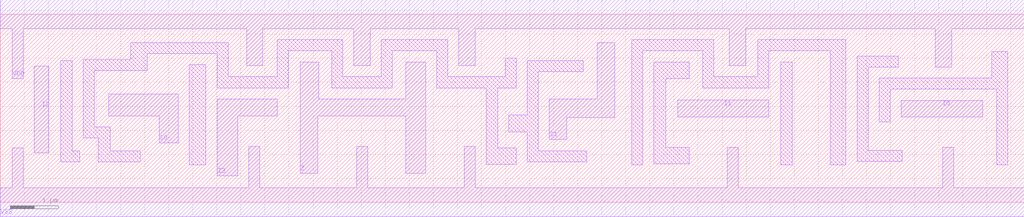
<source format=lef>
# Copyright 2022 GlobalFoundries PDK Authors
#
# Licensed under the Apache License, Version 2.0 (the "License");
# you may not use this file except in compliance with the License.
# You may obtain a copy of the License at
#
#      http://www.apache.org/licenses/LICENSE-2.0
#
# Unless required by applicable law or agreed to in writing, software
# distributed under the License is distributed on an "AS IS" BASIS,
# WITHOUT WARRANTIES OR CONDITIONS OF ANY KIND, either express or implied.
# See the License for the specific language governing permissions and
# limitations under the License.

MACRO gf180mcu_fd_sc_mcu7t5v0__mux4_4
  CLASS core ;
  FOREIGN gf180mcu_fd_sc_mcu7t5v0__mux4_4 0.0 0.0 ;
  ORIGIN 0 0 ;
  SYMMETRY X Y ;
  SITE GF018hv5v_mcu_sc7 ;
  SIZE 21.28 BY 3.92 ;
  PIN I0
    DIRECTION INPUT ;
    ANTENNAGATEAREA 0.5165 ;
    PORT
      LAYER METAL1 ;
        POLYGON 18.725 1.78 18.75 1.78 20.415 1.78 20.415 2.12 18.75 2.12 18.725 2.12  ;
    END
  END I0
  PIN I1
    DIRECTION INPUT ;
    ANTENNAGATEAREA 0.5165 ;
    PORT
      LAYER METAL1 ;
        POLYGON 14.075 1.78 15.975 1.78 15.975 2.13 14.075 2.13  ;
    END
  END I1
  PIN I2
    DIRECTION INPUT ;
    ANTENNAGATEAREA 0.618 ;
    PORT
      LAYER METAL1 ;
        POLYGON 0.705 1.025 1.01 1.025 1.01 2.835 0.705 2.835  ;
    END
  END I2
  PIN I3
    DIRECTION INPUT ;
    ANTENNAGATEAREA 0.618 ;
    PORT
      LAYER METAL1 ;
        POLYGON 4.505 0.55 4.935 0.55 4.935 1.8 5.755 1.8 5.755 2.15 4.505 2.15  ;
    END
  END I3
  PIN S0
    DIRECTION INPUT ;
    ANTENNAGATEAREA 1.651 ;
    PORT
      LAYER METAL1 ;
        POLYGON 2.255 1.8 3.3 1.8 3.3 1.24 3.7 1.24 3.7 2.25 2.255 2.25  ;
    END
  END S0
  PIN S1
    DIRECTION INPUT ;
    ANTENNAGATEAREA 1.033 ;
    PORT
      LAYER METAL1 ;
        POLYGON 11.41 1.305 11.775 1.305 11.775 1.77 12.19 1.77 12.775 1.77 12.775 3.32 12.405 3.32 12.405 2.15 12.19 2.15 11.41 2.15  ;
    END
  END S1
  PIN Z
    DIRECTION OUTPUT ;
    ANTENNADIFFAREA 1.2064 ;
    PORT
      LAYER METAL1 ;
        POLYGON 6.23 0.6 6.6 0.6 6.6 1.8 8.425 1.8 8.425 0.6 8.84 0.6 8.84 2.925 8.425 2.925 8.425 2.15 6.615 2.15 6.615 2.925 6.23 2.925  ;
    END
  END Z
  PIN VDD
    DIRECTION INOUT ;
    USE power ;
    SHAPE ABUTMENT ;
    PORT
      LAYER METAL1 ;
        POLYGON 0 3.62 0.245 3.62 0.245 2.575 0.475 2.575 0.475 3.62 1.65 3.62 5.12 3.62 5.12 2.845 5.46 2.845 5.46 3.62 7.35 3.62 7.35 2.845 7.69 2.845 7.69 3.62 9.53 3.62 9.53 2.845 9.87 2.845 9.87 3.62 10.72 3.62 12.19 3.62 15.145 3.62 15.145 2.845 15.49 2.845 15.49 3.62 17.575 3.62 19.43 3.62 19.43 2.815 19.77 2.815 19.77 3.62 20.935 3.62 21.28 3.62 21.28 4.22 20.935 4.22 17.575 4.22 12.19 4.22 10.72 4.22 1.65 4.22 0 4.22  ;
    END
  END VDD
  PIN VSS
    DIRECTION INOUT ;
    USE ground ;
    SHAPE ABUTMENT ;
    PORT
      LAYER METAL1 ;
        POLYGON 0 -0.3 21.28 -0.3 21.28 0.3 19.815 0.3 19.815 1.145 19.585 1.145 19.585 0.3 15.335 0.3 15.335 1.145 15.105 1.145 15.105 0.3 9.875 0.3 9.875 1.16 9.645 1.16 9.645 0.3 7.635 0.3 7.635 1.16 7.405 1.16 7.405 0.3 5.395 0.3 5.395 1.16 5.165 1.16 5.165 0.3 0.475 0.3 0.475 1.13 0.245 1.13 0.245 0.3 0 0.3  ;
    END
  END VSS
  OBS
      LAYER METAL1 ;
        POLYGON 1.26 0.845 1.65 0.845 1.65 1.075 1.495 1.075 1.495 2.95 1.26 2.95  ;
        POLYGON 3.93 0.78 4.275 0.78 4.275 2.87 3.93 2.87  ;
        POLYGON 10.335 2.38 10.72 2.38 10.72 3.005 10.49 3.005 10.49 2.615 9.3 2.615 9.3 3.39 7.92 3.39 7.92 2.615 7.12 2.615 7.12 3.39 5.755 3.39 5.755 2.615 4.735 2.615 4.735 3.33 2.71 3.33 2.71 2.97 1.725 2.97 1.725 1.34 2.04 1.34 2.04 0.845 2.91 0.845 2.91 1.075 2.29 1.075 2.29 1.57 1.955 1.57 1.955 2.74 3.05 2.74 3.05 3.1 4.505 3.1 4.505 2.38 5.985 2.38 5.985 3.16 6.89 3.16 6.89 2.38 8.15 2.38 8.15 3.155 9.07 3.155 9.07 2.38 10.105 2.38 10.105 0.79 10.72 0.79 10.72 1.13 10.335 1.13  ;
        POLYGON 10.565 1.46 10.95 1.46 10.95 0.845 12.19 0.845 12.19 1.075 11.18 1.075 11.18 2.72 12.12 2.72 12.12 2.95 10.95 2.95 10.95 1.82 10.565 1.82  ;
        POLYGON 13.835 2.575 14.315 2.575 14.315 2.925 13.585 2.925 13.585 0.795 14.315 0.795 14.315 1.145 13.835 1.145  ;
        POLYGON 16.225 0.78 16.455 0.78 16.455 2.925 16.225 2.925  ;
        POLYGON 13.125 0.78 13.355 0.78 13.355 3.16 14.6 3.16 14.6 2.38 15.97 2.38 15.97 3.16 17.245 3.16 17.245 0.78 17.575 0.78 17.575 3.39 15.74 3.39 15.74 2.615 14.83 2.615 14.83 3.39 13.125 3.39  ;
        POLYGON 17.805 0.85 18.75 0.85 18.75 1.08 18.035 1.08 18.035 2.815 18.665 2.815 18.665 3.045 17.805 3.045  ;
        POLYGON 18.265 1.675 18.495 1.675 18.495 2.355 20.705 2.355 20.705 0.78 20.935 0.78 20.935 3.14 20.6 3.14 20.6 2.585 18.265 2.585  ;
  END
END gf180mcu_fd_sc_mcu7t5v0__mux4_4

</source>
